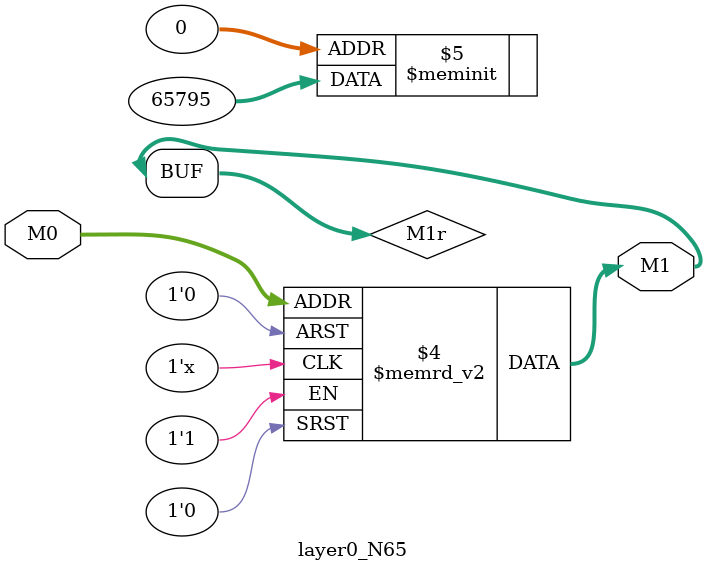
<source format=v>
module layer0_N65 ( input [3:0] M0, output [1:0] M1 );

	(*rom_style = "distributed" *) reg [1:0] M1r;
	assign M1 = M1r;
	always @ (M0) begin
		case (M0)
			4'b0000: M1r = 2'b11;
			4'b1000: M1r = 2'b01;
			4'b0100: M1r = 2'b01;
			4'b1100: M1r = 2'b00;
			4'b0010: M1r = 2'b00;
			4'b1010: M1r = 2'b00;
			4'b0110: M1r = 2'b00;
			4'b1110: M1r = 2'b00;
			4'b0001: M1r = 2'b00;
			4'b1001: M1r = 2'b00;
			4'b0101: M1r = 2'b00;
			4'b1101: M1r = 2'b00;
			4'b0011: M1r = 2'b00;
			4'b1011: M1r = 2'b00;
			4'b0111: M1r = 2'b00;
			4'b1111: M1r = 2'b00;

		endcase
	end
endmodule

</source>
